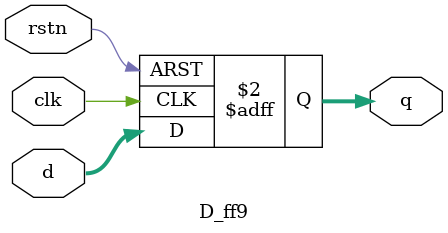
<source format=v>
`timescale 1ns / 1ps
module D_ff9(
 input wire [8:0] d,
 input clk,rstn,
output reg [8:0] q
    );
    
   always @(posedge clk or posedge rstn) begin
    if (rstn) begin
     q <= 9'b0;
   end else begin
     q <= d;
   end
 end
    
endmodule

</source>
